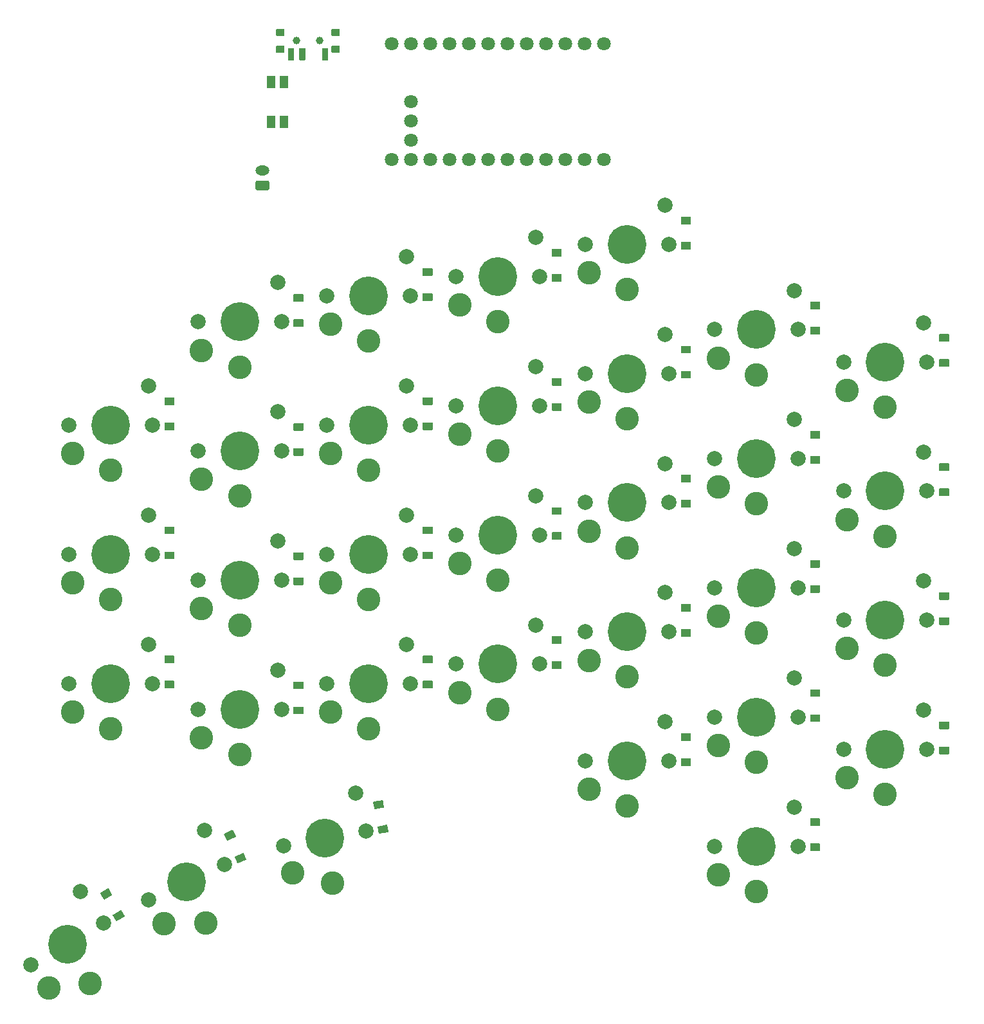
<source format=gts>
G04 #@! TF.GenerationSoftware,KiCad,Pcbnew,9.0.7+1*
G04 #@! TF.CreationDate,2026-02-15T05:04:06+00:00*
G04 #@! TF.ProjectId,right_pcb,72696768-745f-4706-9362-2e6b69636164,v0.2*
G04 #@! TF.SameCoordinates,Original*
G04 #@! TF.FileFunction,Soldermask,Top*
G04 #@! TF.FilePolarity,Negative*
%FSLAX46Y46*%
G04 Gerber Fmt 4.6, Leading zero omitted, Abs format (unit mm)*
G04 Created by KiCad (PCBNEW 9.0.7+1) date 2026-02-15 05:04:06*
%MOMM*%
%LPD*%
G01*
G04 APERTURE LIST*
%ADD10C,5.100000*%
%ADD11C,2.000000*%
%ADD12C,3.100000*%
%ADD13C,1.800000*%
%ADD14O,1.850000X1.300000*%
%ADD15C,1.000000*%
G04 APERTURE END LIST*
D10*
X305000000Y-133000000D03*
D11*
X299500000Y-133000000D03*
X310500000Y-133000000D03*
X310000000Y-127850000D03*
D12*
X305000000Y-138950000D03*
X300000000Y-136750000D03*
D10*
X305000000Y-116000000D03*
D11*
X299500000Y-116000000D03*
X310500000Y-116000000D03*
X310000000Y-110850000D03*
D12*
X305000000Y-121950000D03*
X300000000Y-119750000D03*
D10*
X305000000Y-99000000D03*
D11*
X299500000Y-99000000D03*
X310500000Y-99000000D03*
X310000000Y-93850000D03*
D12*
X305000000Y-104950000D03*
X300000000Y-102750000D03*
D10*
X305000000Y-82000000D03*
D11*
X299500000Y-82000000D03*
X310500000Y-82000000D03*
X310000000Y-76850000D03*
D12*
X305000000Y-87950000D03*
X300000000Y-85750000D03*
D10*
X288000000Y-145750000D03*
D11*
X282500000Y-145750000D03*
X293500000Y-145750000D03*
X293000000Y-140600000D03*
D12*
X288000000Y-151700000D03*
X283000000Y-149500000D03*
D10*
X288000000Y-128750000D03*
D11*
X282500000Y-128750000D03*
X293500000Y-128750000D03*
X293000000Y-123600000D03*
D12*
X288000000Y-134700000D03*
X283000000Y-132500000D03*
D10*
X288000000Y-111750000D03*
D11*
X282500000Y-111750000D03*
X293500000Y-111750000D03*
X293000000Y-106600000D03*
D12*
X288000000Y-117700000D03*
X283000000Y-115500000D03*
D10*
X288000000Y-94750000D03*
D11*
X282500000Y-94750000D03*
X293500000Y-94750000D03*
X293000000Y-89600000D03*
D12*
X288000000Y-100700000D03*
X283000000Y-98500000D03*
D10*
X288000000Y-77750000D03*
D11*
X282500000Y-77750000D03*
X293500000Y-77750000D03*
X293000000Y-72600000D03*
D12*
X288000000Y-83700000D03*
X283000000Y-81500000D03*
D10*
X271000000Y-134530000D03*
D11*
X265500000Y-134530000D03*
X276500000Y-134530000D03*
X276000000Y-129380000D03*
D12*
X271000000Y-140480000D03*
X266000000Y-138280000D03*
D10*
X271000000Y-117530000D03*
D11*
X265500000Y-117530000D03*
X276500000Y-117530000D03*
X276000000Y-112380000D03*
D12*
X271000000Y-123480000D03*
X266000000Y-121280000D03*
D10*
X271000000Y-100530000D03*
D11*
X265500000Y-100530000D03*
X276500000Y-100530000D03*
X276000000Y-95380000D03*
D12*
X271000000Y-106480000D03*
X266000000Y-104280000D03*
D10*
X271000000Y-83530000D03*
D11*
X265500000Y-83530000D03*
X276500000Y-83530000D03*
X276000000Y-78380000D03*
D12*
X271000000Y-89480000D03*
X266000000Y-87280000D03*
D10*
X271000000Y-66530000D03*
D11*
X265500000Y-66530000D03*
X276500000Y-66530000D03*
X276000000Y-61380000D03*
D12*
X271000000Y-72480000D03*
X266000000Y-70280000D03*
D10*
X254000000Y-121780000D03*
D11*
X248500000Y-121780000D03*
X259500000Y-121780000D03*
X259000000Y-116630000D03*
D12*
X254000000Y-127730000D03*
X249000000Y-125530000D03*
D10*
X254000000Y-104780000D03*
D11*
X248500000Y-104780000D03*
X259500000Y-104780000D03*
X259000000Y-99630000D03*
D12*
X254000000Y-110730000D03*
X249000000Y-108530000D03*
D10*
X254000000Y-87780000D03*
D11*
X248500000Y-87780000D03*
X259500000Y-87780000D03*
X259000000Y-82630000D03*
D12*
X254000000Y-93730000D03*
X249000000Y-91530000D03*
D10*
X254000000Y-70780000D03*
D11*
X248500000Y-70780000D03*
X259500000Y-70780000D03*
X259000000Y-65630000D03*
D12*
X254000000Y-76730000D03*
X249000000Y-74530000D03*
D10*
X237000000Y-124330000D03*
D11*
X231500000Y-124330000D03*
X242500000Y-124330000D03*
X242000000Y-119180000D03*
D12*
X237000000Y-130280000D03*
X232000000Y-128080000D03*
D10*
X237000000Y-107330000D03*
D11*
X231500000Y-107330000D03*
X242500000Y-107330000D03*
X242000000Y-102180000D03*
D12*
X237000000Y-113280000D03*
X232000000Y-111080000D03*
D10*
X237000000Y-90330000D03*
D11*
X231500000Y-90330000D03*
X242500000Y-90330000D03*
X242000000Y-85180000D03*
D12*
X237000000Y-96280000D03*
X232000000Y-94080000D03*
D10*
X237000000Y-73330000D03*
D11*
X231500000Y-73330000D03*
X242500000Y-73330000D03*
X242000000Y-68180000D03*
D12*
X237000000Y-79280000D03*
X232000000Y-77080000D03*
D10*
X220000000Y-127730000D03*
D11*
X214500000Y-127730000D03*
X225500000Y-127730000D03*
X225000000Y-122580000D03*
D12*
X220000000Y-133680000D03*
X215000000Y-131480000D03*
D10*
X220000000Y-110730000D03*
D11*
X214500000Y-110730000D03*
X225500000Y-110730000D03*
X225000000Y-105580000D03*
D12*
X220000000Y-116680000D03*
X215000000Y-114480000D03*
D10*
X220000000Y-93730000D03*
D11*
X214500000Y-93730000D03*
X225500000Y-93730000D03*
X225000000Y-88580000D03*
D12*
X220000000Y-99680000D03*
X215000000Y-97480000D03*
D10*
X220000000Y-76730000D03*
D11*
X214500000Y-76730000D03*
X225500000Y-76730000D03*
X225000000Y-71580000D03*
D12*
X220000000Y-82680000D03*
X215000000Y-80480000D03*
D10*
X203000000Y-124330000D03*
D11*
X197500000Y-124330000D03*
X208500000Y-124330000D03*
X208000000Y-119180000D03*
D12*
X203000000Y-130280000D03*
X198000000Y-128080000D03*
D10*
X203000000Y-107330000D03*
D11*
X197500000Y-107330000D03*
X208500000Y-107330000D03*
X208000000Y-102180000D03*
D12*
X203000000Y-113280000D03*
X198000000Y-111080000D03*
D10*
X203000000Y-90330000D03*
D11*
X197500000Y-90330000D03*
X208500000Y-90330000D03*
X208000000Y-85180000D03*
D12*
X203000000Y-96280000D03*
X198000000Y-94080000D03*
D10*
X231220000Y-144730000D03*
D11*
X225803557Y-145685065D03*
X236636443Y-143774935D03*
X235249751Y-138789999D03*
D12*
X232253207Y-150589606D03*
X226947142Y-149291270D03*
D10*
X213029272Y-150465514D03*
D11*
X208044579Y-152789914D03*
X218013965Y-148141114D03*
X215384327Y-143684938D03*
D12*
X215543851Y-155858045D03*
X210082552Y-155977260D03*
D10*
X197306695Y-158650170D03*
D11*
X192543555Y-161400170D03*
X202069835Y-155900170D03*
X199061822Y-151690139D03*
D12*
X200281695Y-163803021D03*
X194851568Y-164397765D03*
G36*
G01*
X312150000Y-129350000D02*
X313350000Y-129350000D01*
G75*
G02*
X313400000Y-129400000I0J-50000D01*
G01*
X313400000Y-130300000D01*
G75*
G02*
X313350000Y-130350000I-50000J0D01*
G01*
X312150000Y-130350000D01*
G75*
G02*
X312100000Y-130300000I0J50000D01*
G01*
X312100000Y-129400000D01*
G75*
G02*
X312150000Y-129350000I50000J0D01*
G01*
G37*
G36*
G01*
X312150000Y-132650000D02*
X313350000Y-132650000D01*
G75*
G02*
X313400000Y-132700000I0J-50000D01*
G01*
X313400000Y-133600000D01*
G75*
G02*
X313350000Y-133650000I-50000J0D01*
G01*
X312150000Y-133650000D01*
G75*
G02*
X312100000Y-133600000I0J50000D01*
G01*
X312100000Y-132700000D01*
G75*
G02*
X312150000Y-132650000I50000J0D01*
G01*
G37*
G36*
G01*
X312150000Y-112350000D02*
X313350000Y-112350000D01*
G75*
G02*
X313400000Y-112400000I0J-50000D01*
G01*
X313400000Y-113300000D01*
G75*
G02*
X313350000Y-113350000I-50000J0D01*
G01*
X312150000Y-113350000D01*
G75*
G02*
X312100000Y-113300000I0J50000D01*
G01*
X312100000Y-112400000D01*
G75*
G02*
X312150000Y-112350000I50000J0D01*
G01*
G37*
G36*
G01*
X312150000Y-115650000D02*
X313350000Y-115650000D01*
G75*
G02*
X313400000Y-115700000I0J-50000D01*
G01*
X313400000Y-116600000D01*
G75*
G02*
X313350000Y-116650000I-50000J0D01*
G01*
X312150000Y-116650000D01*
G75*
G02*
X312100000Y-116600000I0J50000D01*
G01*
X312100000Y-115700000D01*
G75*
G02*
X312150000Y-115650000I50000J0D01*
G01*
G37*
G36*
G01*
X312150000Y-95350000D02*
X313350000Y-95350000D01*
G75*
G02*
X313400000Y-95400000I0J-50000D01*
G01*
X313400000Y-96300000D01*
G75*
G02*
X313350000Y-96350000I-50000J0D01*
G01*
X312150000Y-96350000D01*
G75*
G02*
X312100000Y-96300000I0J50000D01*
G01*
X312100000Y-95400000D01*
G75*
G02*
X312150000Y-95350000I50000J0D01*
G01*
G37*
G36*
G01*
X312150000Y-98650000D02*
X313350000Y-98650000D01*
G75*
G02*
X313400000Y-98700000I0J-50000D01*
G01*
X313400000Y-99600000D01*
G75*
G02*
X313350000Y-99650000I-50000J0D01*
G01*
X312150000Y-99650000D01*
G75*
G02*
X312100000Y-99600000I0J50000D01*
G01*
X312100000Y-98700000D01*
G75*
G02*
X312150000Y-98650000I50000J0D01*
G01*
G37*
G36*
G01*
X312150000Y-78350000D02*
X313350000Y-78350000D01*
G75*
G02*
X313400000Y-78400000I0J-50000D01*
G01*
X313400000Y-79300000D01*
G75*
G02*
X313350000Y-79350000I-50000J0D01*
G01*
X312150000Y-79350000D01*
G75*
G02*
X312100000Y-79300000I0J50000D01*
G01*
X312100000Y-78400000D01*
G75*
G02*
X312150000Y-78350000I50000J0D01*
G01*
G37*
G36*
G01*
X312150000Y-81650000D02*
X313350000Y-81650000D01*
G75*
G02*
X313400000Y-81700000I0J-50000D01*
G01*
X313400000Y-82600000D01*
G75*
G02*
X313350000Y-82650000I-50000J0D01*
G01*
X312150000Y-82650000D01*
G75*
G02*
X312100000Y-82600000I0J50000D01*
G01*
X312100000Y-81700000D01*
G75*
G02*
X312150000Y-81650000I50000J0D01*
G01*
G37*
G36*
G01*
X295150000Y-142100000D02*
X296350000Y-142100000D01*
G75*
G02*
X296400000Y-142150000I0J-50000D01*
G01*
X296400000Y-143050000D01*
G75*
G02*
X296350000Y-143100000I-50000J0D01*
G01*
X295150000Y-143100000D01*
G75*
G02*
X295100000Y-143050000I0J50000D01*
G01*
X295100000Y-142150000D01*
G75*
G02*
X295150000Y-142100000I50000J0D01*
G01*
G37*
G36*
G01*
X295150000Y-145400000D02*
X296350000Y-145400000D01*
G75*
G02*
X296400000Y-145450000I0J-50000D01*
G01*
X296400000Y-146350000D01*
G75*
G02*
X296350000Y-146400000I-50000J0D01*
G01*
X295150000Y-146400000D01*
G75*
G02*
X295100000Y-146350000I0J50000D01*
G01*
X295100000Y-145450000D01*
G75*
G02*
X295150000Y-145400000I50000J0D01*
G01*
G37*
G36*
G01*
X295150000Y-125100000D02*
X296350000Y-125100000D01*
G75*
G02*
X296400000Y-125150000I0J-50000D01*
G01*
X296400000Y-126050000D01*
G75*
G02*
X296350000Y-126100000I-50000J0D01*
G01*
X295150000Y-126100000D01*
G75*
G02*
X295100000Y-126050000I0J50000D01*
G01*
X295100000Y-125150000D01*
G75*
G02*
X295150000Y-125100000I50000J0D01*
G01*
G37*
G36*
G01*
X295150000Y-128400000D02*
X296350000Y-128400000D01*
G75*
G02*
X296400000Y-128450000I0J-50000D01*
G01*
X296400000Y-129350000D01*
G75*
G02*
X296350000Y-129400000I-50000J0D01*
G01*
X295150000Y-129400000D01*
G75*
G02*
X295100000Y-129350000I0J50000D01*
G01*
X295100000Y-128450000D01*
G75*
G02*
X295150000Y-128400000I50000J0D01*
G01*
G37*
G36*
G01*
X295150000Y-108100000D02*
X296350000Y-108100000D01*
G75*
G02*
X296400000Y-108150000I0J-50000D01*
G01*
X296400000Y-109050000D01*
G75*
G02*
X296350000Y-109100000I-50000J0D01*
G01*
X295150000Y-109100000D01*
G75*
G02*
X295100000Y-109050000I0J50000D01*
G01*
X295100000Y-108150000D01*
G75*
G02*
X295150000Y-108100000I50000J0D01*
G01*
G37*
G36*
G01*
X295150000Y-111400000D02*
X296350000Y-111400000D01*
G75*
G02*
X296400000Y-111450000I0J-50000D01*
G01*
X296400000Y-112350000D01*
G75*
G02*
X296350000Y-112400000I-50000J0D01*
G01*
X295150000Y-112400000D01*
G75*
G02*
X295100000Y-112350000I0J50000D01*
G01*
X295100000Y-111450000D01*
G75*
G02*
X295150000Y-111400000I50000J0D01*
G01*
G37*
G36*
G01*
X295150000Y-91100000D02*
X296350000Y-91100000D01*
G75*
G02*
X296400000Y-91150000I0J-50000D01*
G01*
X296400000Y-92050000D01*
G75*
G02*
X296350000Y-92100000I-50000J0D01*
G01*
X295150000Y-92100000D01*
G75*
G02*
X295100000Y-92050000I0J50000D01*
G01*
X295100000Y-91150000D01*
G75*
G02*
X295150000Y-91100000I50000J0D01*
G01*
G37*
G36*
G01*
X295150000Y-94400000D02*
X296350000Y-94400000D01*
G75*
G02*
X296400000Y-94450000I0J-50000D01*
G01*
X296400000Y-95350000D01*
G75*
G02*
X296350000Y-95400000I-50000J0D01*
G01*
X295150000Y-95400000D01*
G75*
G02*
X295100000Y-95350000I0J50000D01*
G01*
X295100000Y-94450000D01*
G75*
G02*
X295150000Y-94400000I50000J0D01*
G01*
G37*
G36*
G01*
X295150000Y-74100000D02*
X296350000Y-74100000D01*
G75*
G02*
X296400000Y-74150000I0J-50000D01*
G01*
X296400000Y-75050000D01*
G75*
G02*
X296350000Y-75100000I-50000J0D01*
G01*
X295150000Y-75100000D01*
G75*
G02*
X295100000Y-75050000I0J50000D01*
G01*
X295100000Y-74150000D01*
G75*
G02*
X295150000Y-74100000I50000J0D01*
G01*
G37*
G36*
G01*
X295150000Y-77400000D02*
X296350000Y-77400000D01*
G75*
G02*
X296400000Y-77450000I0J-50000D01*
G01*
X296400000Y-78350000D01*
G75*
G02*
X296350000Y-78400000I-50000J0D01*
G01*
X295150000Y-78400000D01*
G75*
G02*
X295100000Y-78350000I0J50000D01*
G01*
X295100000Y-77450000D01*
G75*
G02*
X295150000Y-77400000I50000J0D01*
G01*
G37*
G36*
G01*
X278150000Y-130880000D02*
X279350000Y-130880000D01*
G75*
G02*
X279400000Y-130930000I0J-50000D01*
G01*
X279400000Y-131830000D01*
G75*
G02*
X279350000Y-131880000I-50000J0D01*
G01*
X278150000Y-131880000D01*
G75*
G02*
X278100000Y-131830000I0J50000D01*
G01*
X278100000Y-130930000D01*
G75*
G02*
X278150000Y-130880000I50000J0D01*
G01*
G37*
G36*
G01*
X278150000Y-134180000D02*
X279350000Y-134180000D01*
G75*
G02*
X279400000Y-134230000I0J-50000D01*
G01*
X279400000Y-135130000D01*
G75*
G02*
X279350000Y-135180000I-50000J0D01*
G01*
X278150000Y-135180000D01*
G75*
G02*
X278100000Y-135130000I0J50000D01*
G01*
X278100000Y-134230000D01*
G75*
G02*
X278150000Y-134180000I50000J0D01*
G01*
G37*
G36*
G01*
X278150000Y-113880000D02*
X279350000Y-113880000D01*
G75*
G02*
X279400000Y-113930000I0J-50000D01*
G01*
X279400000Y-114830000D01*
G75*
G02*
X279350000Y-114880000I-50000J0D01*
G01*
X278150000Y-114880000D01*
G75*
G02*
X278100000Y-114830000I0J50000D01*
G01*
X278100000Y-113930000D01*
G75*
G02*
X278150000Y-113880000I50000J0D01*
G01*
G37*
G36*
G01*
X278150000Y-117180000D02*
X279350000Y-117180000D01*
G75*
G02*
X279400000Y-117230000I0J-50000D01*
G01*
X279400000Y-118130000D01*
G75*
G02*
X279350000Y-118180000I-50000J0D01*
G01*
X278150000Y-118180000D01*
G75*
G02*
X278100000Y-118130000I0J50000D01*
G01*
X278100000Y-117230000D01*
G75*
G02*
X278150000Y-117180000I50000J0D01*
G01*
G37*
G36*
G01*
X278150000Y-96880000D02*
X279350000Y-96880000D01*
G75*
G02*
X279400000Y-96930000I0J-50000D01*
G01*
X279400000Y-97830000D01*
G75*
G02*
X279350000Y-97880000I-50000J0D01*
G01*
X278150000Y-97880000D01*
G75*
G02*
X278100000Y-97830000I0J50000D01*
G01*
X278100000Y-96930000D01*
G75*
G02*
X278150000Y-96880000I50000J0D01*
G01*
G37*
G36*
G01*
X278150000Y-100180000D02*
X279350000Y-100180000D01*
G75*
G02*
X279400000Y-100230000I0J-50000D01*
G01*
X279400000Y-101130000D01*
G75*
G02*
X279350000Y-101180000I-50000J0D01*
G01*
X278150000Y-101180000D01*
G75*
G02*
X278100000Y-101130000I0J50000D01*
G01*
X278100000Y-100230000D01*
G75*
G02*
X278150000Y-100180000I50000J0D01*
G01*
G37*
G36*
G01*
X278150000Y-79880000D02*
X279350000Y-79880000D01*
G75*
G02*
X279400000Y-79930000I0J-50000D01*
G01*
X279400000Y-80830000D01*
G75*
G02*
X279350000Y-80880000I-50000J0D01*
G01*
X278150000Y-80880000D01*
G75*
G02*
X278100000Y-80830000I0J50000D01*
G01*
X278100000Y-79930000D01*
G75*
G02*
X278150000Y-79880000I50000J0D01*
G01*
G37*
G36*
G01*
X278150000Y-83180000D02*
X279350000Y-83180000D01*
G75*
G02*
X279400000Y-83230000I0J-50000D01*
G01*
X279400000Y-84130000D01*
G75*
G02*
X279350000Y-84180000I-50000J0D01*
G01*
X278150000Y-84180000D01*
G75*
G02*
X278100000Y-84130000I0J50000D01*
G01*
X278100000Y-83230000D01*
G75*
G02*
X278150000Y-83180000I50000J0D01*
G01*
G37*
G36*
G01*
X278150000Y-62880000D02*
X279350000Y-62880000D01*
G75*
G02*
X279400000Y-62930000I0J-50000D01*
G01*
X279400000Y-63830000D01*
G75*
G02*
X279350000Y-63880000I-50000J0D01*
G01*
X278150000Y-63880000D01*
G75*
G02*
X278100000Y-63830000I0J50000D01*
G01*
X278100000Y-62930000D01*
G75*
G02*
X278150000Y-62880000I50000J0D01*
G01*
G37*
G36*
G01*
X278150000Y-66180000D02*
X279350000Y-66180000D01*
G75*
G02*
X279400000Y-66230000I0J-50000D01*
G01*
X279400000Y-67130000D01*
G75*
G02*
X279350000Y-67180000I-50000J0D01*
G01*
X278150000Y-67180000D01*
G75*
G02*
X278100000Y-67130000I0J50000D01*
G01*
X278100000Y-66230000D01*
G75*
G02*
X278150000Y-66180000I50000J0D01*
G01*
G37*
G36*
G01*
X261150000Y-118130000D02*
X262350000Y-118130000D01*
G75*
G02*
X262400000Y-118180000I0J-50000D01*
G01*
X262400000Y-119080000D01*
G75*
G02*
X262350000Y-119130000I-50000J0D01*
G01*
X261150000Y-119130000D01*
G75*
G02*
X261100000Y-119080000I0J50000D01*
G01*
X261100000Y-118180000D01*
G75*
G02*
X261150000Y-118130000I50000J0D01*
G01*
G37*
G36*
G01*
X261150000Y-121430000D02*
X262350000Y-121430000D01*
G75*
G02*
X262400000Y-121480000I0J-50000D01*
G01*
X262400000Y-122380000D01*
G75*
G02*
X262350000Y-122430000I-50000J0D01*
G01*
X261150000Y-122430000D01*
G75*
G02*
X261100000Y-122380000I0J50000D01*
G01*
X261100000Y-121480000D01*
G75*
G02*
X261150000Y-121430000I50000J0D01*
G01*
G37*
G36*
G01*
X261150000Y-101130000D02*
X262350000Y-101130000D01*
G75*
G02*
X262400000Y-101180000I0J-50000D01*
G01*
X262400000Y-102080000D01*
G75*
G02*
X262350000Y-102130000I-50000J0D01*
G01*
X261150000Y-102130000D01*
G75*
G02*
X261100000Y-102080000I0J50000D01*
G01*
X261100000Y-101180000D01*
G75*
G02*
X261150000Y-101130000I50000J0D01*
G01*
G37*
G36*
G01*
X261150000Y-104430000D02*
X262350000Y-104430000D01*
G75*
G02*
X262400000Y-104480000I0J-50000D01*
G01*
X262400000Y-105380000D01*
G75*
G02*
X262350000Y-105430000I-50000J0D01*
G01*
X261150000Y-105430000D01*
G75*
G02*
X261100000Y-105380000I0J50000D01*
G01*
X261100000Y-104480000D01*
G75*
G02*
X261150000Y-104430000I50000J0D01*
G01*
G37*
G36*
G01*
X261150000Y-84130000D02*
X262350000Y-84130000D01*
G75*
G02*
X262400000Y-84180000I0J-50000D01*
G01*
X262400000Y-85080000D01*
G75*
G02*
X262350000Y-85130000I-50000J0D01*
G01*
X261150000Y-85130000D01*
G75*
G02*
X261100000Y-85080000I0J50000D01*
G01*
X261100000Y-84180000D01*
G75*
G02*
X261150000Y-84130000I50000J0D01*
G01*
G37*
G36*
G01*
X261150000Y-87430000D02*
X262350000Y-87430000D01*
G75*
G02*
X262400000Y-87480000I0J-50000D01*
G01*
X262400000Y-88380000D01*
G75*
G02*
X262350000Y-88430000I-50000J0D01*
G01*
X261150000Y-88430000D01*
G75*
G02*
X261100000Y-88380000I0J50000D01*
G01*
X261100000Y-87480000D01*
G75*
G02*
X261150000Y-87430000I50000J0D01*
G01*
G37*
G36*
G01*
X261150000Y-67130000D02*
X262350000Y-67130000D01*
G75*
G02*
X262400000Y-67180000I0J-50000D01*
G01*
X262400000Y-68080000D01*
G75*
G02*
X262350000Y-68130000I-50000J0D01*
G01*
X261150000Y-68130000D01*
G75*
G02*
X261100000Y-68080000I0J50000D01*
G01*
X261100000Y-67180000D01*
G75*
G02*
X261150000Y-67130000I50000J0D01*
G01*
G37*
G36*
G01*
X261150000Y-70430000D02*
X262350000Y-70430000D01*
G75*
G02*
X262400000Y-70480000I0J-50000D01*
G01*
X262400000Y-71380000D01*
G75*
G02*
X262350000Y-71430000I-50000J0D01*
G01*
X261150000Y-71430000D01*
G75*
G02*
X261100000Y-71380000I0J50000D01*
G01*
X261100000Y-70480000D01*
G75*
G02*
X261150000Y-70430000I50000J0D01*
G01*
G37*
G36*
G01*
X244150000Y-120680000D02*
X245350000Y-120680000D01*
G75*
G02*
X245400000Y-120730000I0J-50000D01*
G01*
X245400000Y-121630000D01*
G75*
G02*
X245350000Y-121680000I-50000J0D01*
G01*
X244150000Y-121680000D01*
G75*
G02*
X244100000Y-121630000I0J50000D01*
G01*
X244100000Y-120730000D01*
G75*
G02*
X244150000Y-120680000I50000J0D01*
G01*
G37*
G36*
G01*
X244150000Y-123980000D02*
X245350000Y-123980000D01*
G75*
G02*
X245400000Y-124030000I0J-50000D01*
G01*
X245400000Y-124930000D01*
G75*
G02*
X245350000Y-124980000I-50000J0D01*
G01*
X244150000Y-124980000D01*
G75*
G02*
X244100000Y-124930000I0J50000D01*
G01*
X244100000Y-124030000D01*
G75*
G02*
X244150000Y-123980000I50000J0D01*
G01*
G37*
G36*
G01*
X244150000Y-103680000D02*
X245350000Y-103680000D01*
G75*
G02*
X245400000Y-103730000I0J-50000D01*
G01*
X245400000Y-104630000D01*
G75*
G02*
X245350000Y-104680000I-50000J0D01*
G01*
X244150000Y-104680000D01*
G75*
G02*
X244100000Y-104630000I0J50000D01*
G01*
X244100000Y-103730000D01*
G75*
G02*
X244150000Y-103680000I50000J0D01*
G01*
G37*
G36*
G01*
X244150000Y-106980000D02*
X245350000Y-106980000D01*
G75*
G02*
X245400000Y-107030000I0J-50000D01*
G01*
X245400000Y-107930000D01*
G75*
G02*
X245350000Y-107980000I-50000J0D01*
G01*
X244150000Y-107980000D01*
G75*
G02*
X244100000Y-107930000I0J50000D01*
G01*
X244100000Y-107030000D01*
G75*
G02*
X244150000Y-106980000I50000J0D01*
G01*
G37*
G36*
G01*
X244150000Y-86680000D02*
X245350000Y-86680000D01*
G75*
G02*
X245400000Y-86730000I0J-50000D01*
G01*
X245400000Y-87630000D01*
G75*
G02*
X245350000Y-87680000I-50000J0D01*
G01*
X244150000Y-87680000D01*
G75*
G02*
X244100000Y-87630000I0J50000D01*
G01*
X244100000Y-86730000D01*
G75*
G02*
X244150000Y-86680000I50000J0D01*
G01*
G37*
G36*
G01*
X244150000Y-89980000D02*
X245350000Y-89980000D01*
G75*
G02*
X245400000Y-90030000I0J-50000D01*
G01*
X245400000Y-90930000D01*
G75*
G02*
X245350000Y-90980000I-50000J0D01*
G01*
X244150000Y-90980000D01*
G75*
G02*
X244100000Y-90930000I0J50000D01*
G01*
X244100000Y-90030000D01*
G75*
G02*
X244150000Y-89980000I50000J0D01*
G01*
G37*
G36*
G01*
X244150000Y-69680000D02*
X245350000Y-69680000D01*
G75*
G02*
X245400000Y-69730000I0J-50000D01*
G01*
X245400000Y-70630000D01*
G75*
G02*
X245350000Y-70680000I-50000J0D01*
G01*
X244150000Y-70680000D01*
G75*
G02*
X244100000Y-70630000I0J50000D01*
G01*
X244100000Y-69730000D01*
G75*
G02*
X244150000Y-69680000I50000J0D01*
G01*
G37*
G36*
G01*
X244150000Y-72980000D02*
X245350000Y-72980000D01*
G75*
G02*
X245400000Y-73030000I0J-50000D01*
G01*
X245400000Y-73930000D01*
G75*
G02*
X245350000Y-73980000I-50000J0D01*
G01*
X244150000Y-73980000D01*
G75*
G02*
X244100000Y-73930000I0J50000D01*
G01*
X244100000Y-73030000D01*
G75*
G02*
X244150000Y-72980000I50000J0D01*
G01*
G37*
G36*
G01*
X227150000Y-124080000D02*
X228350000Y-124080000D01*
G75*
G02*
X228400000Y-124130000I0J-50000D01*
G01*
X228400000Y-125030000D01*
G75*
G02*
X228350000Y-125080000I-50000J0D01*
G01*
X227150000Y-125080000D01*
G75*
G02*
X227100000Y-125030000I0J50000D01*
G01*
X227100000Y-124130000D01*
G75*
G02*
X227150000Y-124080000I50000J0D01*
G01*
G37*
G36*
G01*
X227150000Y-127380000D02*
X228350000Y-127380000D01*
G75*
G02*
X228400000Y-127430000I0J-50000D01*
G01*
X228400000Y-128330000D01*
G75*
G02*
X228350000Y-128380000I-50000J0D01*
G01*
X227150000Y-128380000D01*
G75*
G02*
X227100000Y-128330000I0J50000D01*
G01*
X227100000Y-127430000D01*
G75*
G02*
X227150000Y-127380000I50000J0D01*
G01*
G37*
G36*
G01*
X227150000Y-107080000D02*
X228350000Y-107080000D01*
G75*
G02*
X228400000Y-107130000I0J-50000D01*
G01*
X228400000Y-108030000D01*
G75*
G02*
X228350000Y-108080000I-50000J0D01*
G01*
X227150000Y-108080000D01*
G75*
G02*
X227100000Y-108030000I0J50000D01*
G01*
X227100000Y-107130000D01*
G75*
G02*
X227150000Y-107080000I50000J0D01*
G01*
G37*
G36*
G01*
X227150000Y-110380000D02*
X228350000Y-110380000D01*
G75*
G02*
X228400000Y-110430000I0J-50000D01*
G01*
X228400000Y-111330000D01*
G75*
G02*
X228350000Y-111380000I-50000J0D01*
G01*
X227150000Y-111380000D01*
G75*
G02*
X227100000Y-111330000I0J50000D01*
G01*
X227100000Y-110430000D01*
G75*
G02*
X227150000Y-110380000I50000J0D01*
G01*
G37*
G36*
G01*
X227150000Y-90080000D02*
X228350000Y-90080000D01*
G75*
G02*
X228400000Y-90130000I0J-50000D01*
G01*
X228400000Y-91030000D01*
G75*
G02*
X228350000Y-91080000I-50000J0D01*
G01*
X227150000Y-91080000D01*
G75*
G02*
X227100000Y-91030000I0J50000D01*
G01*
X227100000Y-90130000D01*
G75*
G02*
X227150000Y-90080000I50000J0D01*
G01*
G37*
G36*
G01*
X227150000Y-93380000D02*
X228350000Y-93380000D01*
G75*
G02*
X228400000Y-93430000I0J-50000D01*
G01*
X228400000Y-94330000D01*
G75*
G02*
X228350000Y-94380000I-50000J0D01*
G01*
X227150000Y-94380000D01*
G75*
G02*
X227100000Y-94330000I0J50000D01*
G01*
X227100000Y-93430000D01*
G75*
G02*
X227150000Y-93380000I50000J0D01*
G01*
G37*
G36*
G01*
X227150000Y-73080000D02*
X228350000Y-73080000D01*
G75*
G02*
X228400000Y-73130000I0J-50000D01*
G01*
X228400000Y-74030000D01*
G75*
G02*
X228350000Y-74080000I-50000J0D01*
G01*
X227150000Y-74080000D01*
G75*
G02*
X227100000Y-74030000I0J50000D01*
G01*
X227100000Y-73130000D01*
G75*
G02*
X227150000Y-73080000I50000J0D01*
G01*
G37*
G36*
G01*
X227150000Y-76380000D02*
X228350000Y-76380000D01*
G75*
G02*
X228400000Y-76430000I0J-50000D01*
G01*
X228400000Y-77330000D01*
G75*
G02*
X228350000Y-77380000I-50000J0D01*
G01*
X227150000Y-77380000D01*
G75*
G02*
X227100000Y-77330000I0J50000D01*
G01*
X227100000Y-76430000D01*
G75*
G02*
X227150000Y-76380000I50000J0D01*
G01*
G37*
G36*
G01*
X210150000Y-120680000D02*
X211350000Y-120680000D01*
G75*
G02*
X211400000Y-120730000I0J-50000D01*
G01*
X211400000Y-121630000D01*
G75*
G02*
X211350000Y-121680000I-50000J0D01*
G01*
X210150000Y-121680000D01*
G75*
G02*
X210100000Y-121630000I0J50000D01*
G01*
X210100000Y-120730000D01*
G75*
G02*
X210150000Y-120680000I50000J0D01*
G01*
G37*
G36*
G01*
X210150000Y-123980000D02*
X211350000Y-123980000D01*
G75*
G02*
X211400000Y-124030000I0J-50000D01*
G01*
X211400000Y-124930000D01*
G75*
G02*
X211350000Y-124980000I-50000J0D01*
G01*
X210150000Y-124980000D01*
G75*
G02*
X210100000Y-124930000I0J50000D01*
G01*
X210100000Y-124030000D01*
G75*
G02*
X210150000Y-123980000I50000J0D01*
G01*
G37*
G36*
G01*
X210150000Y-103680000D02*
X211350000Y-103680000D01*
G75*
G02*
X211400000Y-103730000I0J-50000D01*
G01*
X211400000Y-104630000D01*
G75*
G02*
X211350000Y-104680000I-50000J0D01*
G01*
X210150000Y-104680000D01*
G75*
G02*
X210100000Y-104630000I0J50000D01*
G01*
X210100000Y-103730000D01*
G75*
G02*
X210150000Y-103680000I50000J0D01*
G01*
G37*
G36*
G01*
X210150000Y-106980000D02*
X211350000Y-106980000D01*
G75*
G02*
X211400000Y-107030000I0J-50000D01*
G01*
X211400000Y-107930000D01*
G75*
G02*
X211350000Y-107980000I-50000J0D01*
G01*
X210150000Y-107980000D01*
G75*
G02*
X210100000Y-107930000I0J50000D01*
G01*
X210100000Y-107030000D01*
G75*
G02*
X210150000Y-106980000I50000J0D01*
G01*
G37*
G36*
G01*
X210150000Y-86680000D02*
X211350000Y-86680000D01*
G75*
G02*
X211400000Y-86730000I0J-50000D01*
G01*
X211400000Y-87630000D01*
G75*
G02*
X211350000Y-87680000I-50000J0D01*
G01*
X210150000Y-87680000D01*
G75*
G02*
X210100000Y-87630000I0J50000D01*
G01*
X210100000Y-86730000D01*
G75*
G02*
X210150000Y-86680000I50000J0D01*
G01*
G37*
G36*
G01*
X210150000Y-89980000D02*
X211350000Y-89980000D01*
G75*
G02*
X211400000Y-90030000I0J-50000D01*
G01*
X211400000Y-90930000D01*
G75*
G02*
X211350000Y-90980000I-50000J0D01*
G01*
X210150000Y-90980000D01*
G75*
G02*
X210100000Y-90930000I0J50000D01*
G01*
X210100000Y-90030000D01*
G75*
G02*
X210150000Y-89980000I50000J0D01*
G01*
G37*
G36*
G01*
X237627561Y-139893867D02*
X238809330Y-139685490D01*
G75*
G02*
X238867252Y-139726048I8682J-49240D01*
G01*
X239023535Y-140612375D01*
G75*
G02*
X238982977Y-140670297I-49240J-8682D01*
G01*
X237801208Y-140878674D01*
G75*
G02*
X237743286Y-140838116I-8682J49240D01*
G01*
X237587003Y-139951789D01*
G75*
G02*
X237627561Y-139893867I49240J8682D01*
G01*
G37*
G36*
G01*
X238200599Y-143143733D02*
X239382368Y-142935356D01*
G75*
G02*
X239440290Y-142975914I8682J-49240D01*
G01*
X239596573Y-143862241D01*
G75*
G02*
X239556015Y-143920163I-49240J-8682D01*
G01*
X238374246Y-144128540D01*
G75*
G02*
X238316324Y-144087982I-8682J49240D01*
G01*
X238160041Y-143201655D01*
G75*
G02*
X238200599Y-143143733I49240J8682D01*
G01*
G37*
G36*
G01*
X217966816Y-144135770D02*
X219054385Y-143628629D01*
G75*
G02*
X219120831Y-143652813I21131J-45315D01*
G01*
X219501188Y-144468490D01*
G75*
G02*
X219477004Y-144534936I-45315J-21131D01*
G01*
X218389435Y-145042077D01*
G75*
G02*
X218322989Y-145017893I-21131J45315D01*
G01*
X217942632Y-144202216D01*
G75*
G02*
X217966816Y-144135770I45315J21131D01*
G01*
G37*
G36*
G01*
X219361456Y-147126586D02*
X220449025Y-146619445D01*
G75*
G02*
X220515471Y-146643629I21131J-45315D01*
G01*
X220895828Y-147459306D01*
G75*
G02*
X220871644Y-147525752I-45315J-21131D01*
G01*
X219784075Y-148032893D01*
G75*
G02*
X219717629Y-148008709I-21131J45315D01*
G01*
X219337272Y-147193032D01*
G75*
G02*
X219361456Y-147126586I45315J21131D01*
G01*
G37*
G36*
G01*
X201673777Y-151914178D02*
X202713007Y-151314178D01*
G75*
G02*
X202781308Y-151332479I25000J-43301D01*
G01*
X203231308Y-152111901D01*
G75*
G02*
X203213007Y-152180202I-43301J-25000D01*
G01*
X202173777Y-152780202D01*
G75*
G02*
X202105476Y-152761901I-25000J43301D01*
G01*
X201655476Y-151982479D01*
G75*
G02*
X201673777Y-151914178I43301J25000D01*
G01*
G37*
G36*
G01*
X203323777Y-154772062D02*
X204363007Y-154172062D01*
G75*
G02*
X204431308Y-154190363I25000J-43301D01*
G01*
X204881308Y-154969785D01*
G75*
G02*
X204863007Y-155038086I-43301J-25000D01*
G01*
X203823777Y-155638086D01*
G75*
G02*
X203755476Y-155619785I-25000J43301D01*
G01*
X203305476Y-154840363D01*
G75*
G02*
X203323777Y-154772062I43301J25000D01*
G01*
G37*
D13*
X267950000Y-40150000D03*
X267950000Y-55390000D03*
X265410000Y-40150000D03*
X265410000Y-55390000D03*
X262870000Y-40150000D03*
X262870000Y-55390000D03*
X260330000Y-40150000D03*
X260330000Y-55390000D03*
X257790000Y-40150000D03*
X257790000Y-55390000D03*
X255250000Y-40150000D03*
X255250000Y-55390000D03*
X252710000Y-40150000D03*
X252710000Y-55390000D03*
X250170000Y-40150000D03*
X250170000Y-55390000D03*
X247630000Y-40150000D03*
X247630000Y-55390000D03*
X245090000Y-40150000D03*
X245090000Y-55390000D03*
X242550000Y-40150000D03*
X242550000Y-55390000D03*
X240010000Y-40150000D03*
X240010000Y-55390000D03*
X242550000Y-52850000D03*
X242550000Y-50310000D03*
X242550000Y-47770000D03*
G36*
G01*
X223665000Y-59420000D02*
X222335000Y-59420000D01*
G75*
G02*
X222075000Y-59160000I0J260000D01*
G01*
X222075000Y-58380000D01*
G75*
G02*
X222335000Y-58120000I260000J0D01*
G01*
X223665000Y-58120000D01*
G75*
G02*
X223925000Y-58380000I0J-260000D01*
G01*
X223925000Y-59160000D01*
G75*
G02*
X223665000Y-59420000I-260000J0D01*
G01*
G37*
D14*
X223000000Y-56770000D03*
G36*
G01*
X223650000Y-44320000D02*
X224650000Y-44320000D01*
G75*
G02*
X224700000Y-44370000I0J-50000D01*
G01*
X224700000Y-45920000D01*
G75*
G02*
X224650000Y-45970000I-50000J0D01*
G01*
X223650000Y-45970000D01*
G75*
G02*
X223600000Y-45920000I0J50000D01*
G01*
X223600000Y-44370000D01*
G75*
G02*
X223650000Y-44320000I50000J0D01*
G01*
G37*
G36*
G01*
X225350000Y-44320000D02*
X226350000Y-44320000D01*
G75*
G02*
X226400000Y-44370000I0J-50000D01*
G01*
X226400000Y-45920000D01*
G75*
G02*
X226350000Y-45970000I-50000J0D01*
G01*
X225350000Y-45970000D01*
G75*
G02*
X225300000Y-45920000I0J50000D01*
G01*
X225300000Y-44370000D01*
G75*
G02*
X225350000Y-44320000I50000J0D01*
G01*
G37*
G36*
G01*
X223650000Y-49570000D02*
X224650000Y-49570000D01*
G75*
G02*
X224700000Y-49620000I0J-50000D01*
G01*
X224700000Y-51170000D01*
G75*
G02*
X224650000Y-51220000I-50000J0D01*
G01*
X223650000Y-51220000D01*
G75*
G02*
X223600000Y-51170000I0J50000D01*
G01*
X223600000Y-49620000D01*
G75*
G02*
X223650000Y-49570000I50000J0D01*
G01*
G37*
G36*
G01*
X225350000Y-49570000D02*
X226350000Y-49570000D01*
G75*
G02*
X226400000Y-49620000I0J-50000D01*
G01*
X226400000Y-51170000D01*
G75*
G02*
X226350000Y-51220000I-50000J0D01*
G01*
X225350000Y-51220000D01*
G75*
G02*
X225300000Y-51170000I0J50000D01*
G01*
X225300000Y-49620000D01*
G75*
G02*
X225350000Y-49570000I50000J0D01*
G01*
G37*
G36*
G01*
X225900000Y-38245000D02*
X225900000Y-39045000D01*
G75*
G02*
X225850000Y-39095000I-50000J0D01*
G01*
X224850000Y-39095000D01*
G75*
G02*
X224800000Y-39045000I0J50000D01*
G01*
X224800000Y-38245000D01*
G75*
G02*
X224850000Y-38195000I50000J0D01*
G01*
X225850000Y-38195000D01*
G75*
G02*
X225900000Y-38245000I0J-50000D01*
G01*
G37*
G36*
G01*
X225900000Y-40455000D02*
X225900000Y-41255000D01*
G75*
G02*
X225850000Y-41305000I-50000J0D01*
G01*
X224850000Y-41305000D01*
G75*
G02*
X224800000Y-41255000I0J50000D01*
G01*
X224800000Y-40455000D01*
G75*
G02*
X224850000Y-40405000I50000J0D01*
G01*
X225850000Y-40405000D01*
G75*
G02*
X225900000Y-40455000I0J-50000D01*
G01*
G37*
G36*
G01*
X233200000Y-40455000D02*
X233200000Y-41255000D01*
G75*
G02*
X233150000Y-41305000I-50000J0D01*
G01*
X232150000Y-41305000D01*
G75*
G02*
X232100000Y-41255000I0J50000D01*
G01*
X232100000Y-40455000D01*
G75*
G02*
X232150000Y-40405000I50000J0D01*
G01*
X233150000Y-40405000D01*
G75*
G02*
X233200000Y-40455000I0J-50000D01*
G01*
G37*
G36*
G01*
X233200000Y-38245000D02*
X233200000Y-39045000D01*
G75*
G02*
X233150000Y-39095000I-50000J0D01*
G01*
X232150000Y-39095000D01*
G75*
G02*
X232100000Y-39045000I0J50000D01*
G01*
X232100000Y-38245000D01*
G75*
G02*
X232150000Y-38195000I50000J0D01*
G01*
X233150000Y-38195000D01*
G75*
G02*
X233200000Y-38245000I0J-50000D01*
G01*
G37*
G36*
G01*
X231650000Y-40755000D02*
X231650000Y-42255000D01*
G75*
G02*
X231600000Y-42305000I-50000J0D01*
G01*
X230900000Y-42305000D01*
G75*
G02*
X230850000Y-42255000I0J50000D01*
G01*
X230850000Y-40755000D01*
G75*
G02*
X230900000Y-40705000I50000J0D01*
G01*
X231600000Y-40705000D01*
G75*
G02*
X231650000Y-40755000I0J-50000D01*
G01*
G37*
G36*
G01*
X228650000Y-40755000D02*
X228650000Y-42255000D01*
G75*
G02*
X228600000Y-42305000I-50000J0D01*
G01*
X227900000Y-42305000D01*
G75*
G02*
X227850000Y-42255000I0J50000D01*
G01*
X227850000Y-40755000D01*
G75*
G02*
X227900000Y-40705000I50000J0D01*
G01*
X228600000Y-40705000D01*
G75*
G02*
X228650000Y-40755000I0J-50000D01*
G01*
G37*
G36*
G01*
X227150000Y-40755000D02*
X227150000Y-42255000D01*
G75*
G02*
X227100000Y-42305000I-50000J0D01*
G01*
X226400000Y-42305000D01*
G75*
G02*
X226350000Y-42255000I0J50000D01*
G01*
X226350000Y-40755000D01*
G75*
G02*
X226400000Y-40705000I50000J0D01*
G01*
X227100000Y-40705000D01*
G75*
G02*
X227150000Y-40755000I0J-50000D01*
G01*
G37*
D15*
X227500000Y-39745000D03*
X230500000Y-39745000D03*
M02*

</source>
